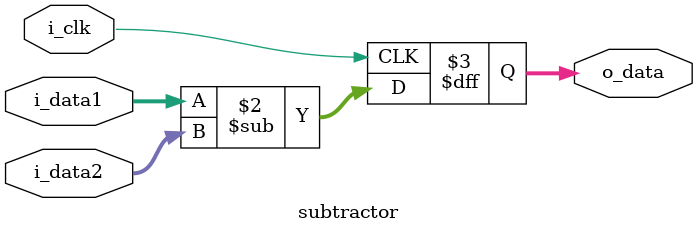
<source format=v>
`timescale 1ns / 1ps


module subtractor(
input          i_clk,
input   [11:0] i_data1,
input   [11:0] i_data2,
output  reg signed [11:0] o_data
);
    
 always @(posedge i_clk)
 begin
    o_data <= $signed(i_data1)-$signed(i_data2);
 end   
    
endmodule

</source>
